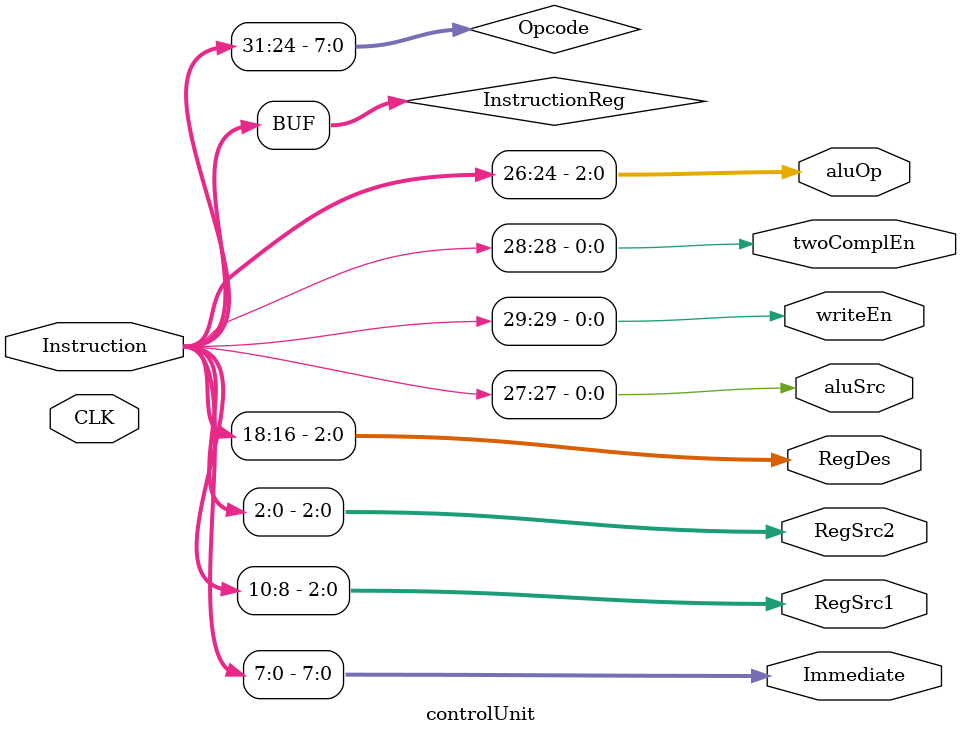
<source format=v>
/*
    CO 224 : Lab 05 Part3
    Control Unit module
    E/16/069
*/

module controlUnit(RegDes, RegSrc1, RegSrc2, Immediate, aluOp, aluSrc, twoComplEn, writeEn, Instruction, CLK);

    input [31:0] Instruction;
    input CLK;
    output [7:0] Immediate;
    output [2:0] RegSrc1, RegSrc2, RegDes;
    output aluSrc, writeEn, twoComplEn; 
    output [2:0] aluOp;
    
    reg [31:0] InstructionReg;
    wire [7:0] Opcode;

    /*
        opcodes: 
            loadi: 00100000 
            mov  : 00101000
            add  : 00101001
            sub  : 00111001
            and  : 00101010
            or   : 00101011   
 
            aluOp   = opcode[2:0]
            aluSrc  = opcode[3]     
        twoComplEn  = opcode[4]
        writeEnable = opcode[5]
            
    */

    assign RegDes = InstructionReg[18:16];
    assign RegSrc1 = InstructionReg[10:8];
    assign RegSrc2 = InstructionReg[2:0];
    assign Immediate = InstructionReg[7:0];
    assign Opcode = Instruction[31:24];  

    assign #1 aluOp   = Opcode[2:0];
    assign #1 aluSrc  = Opcode[3];     
    assign #1 twoComplEn  = Opcode[4];
    assign #1 writeEn = Opcode[5];

    always @(Instruction)
    begin
        InstructionReg <= Instruction;      
    end

endmodule
</source>
